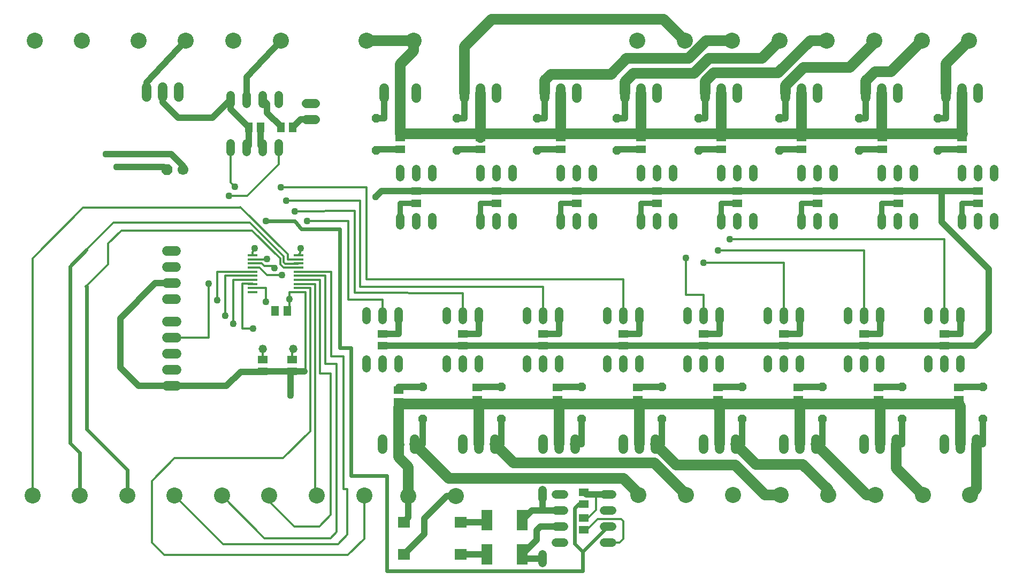
<source format=gbl>
G75*
G70*
%OFA0B0*%
%FSLAX24Y24*%
%IPPOS*%
%LPD*%
%AMOC8*
5,1,8,0,0,1.08239X$1,22.5*
%
%ADD10C,0.0520*%
%ADD11R,0.0591X0.0512*%
%ADD12R,0.0512X0.0591*%
%ADD13OC8,0.0669*%
%ADD14C,0.0669*%
%ADD15R,0.0591X0.0137*%
%ADD16C,0.0520*%
%ADD17R,0.0630X0.0512*%
%ADD18C,0.0600*%
%ADD19C,0.0560*%
%ADD20R,0.0512X0.0630*%
%ADD21C,0.0594*%
%ADD22C,0.1000*%
%ADD23OC8,0.0520*%
%ADD24R,0.0748X0.0669*%
%ADD25R,0.0709X0.1260*%
%ADD26C,0.0120*%
%ADD27C,0.0400*%
%ADD28C,0.0436*%
%ADD29C,0.0320*%
%ADD30C,0.0240*%
%ADD31C,0.0660*%
D10*
X016333Y015396D03*
X018233Y015396D03*
D11*
X018170Y014747D03*
X018170Y013999D03*
X016335Y013985D03*
X016335Y014733D03*
X024805Y012843D03*
X024805Y012095D03*
X029698Y012245D03*
X029698Y012993D03*
X034698Y012993D03*
X034698Y012245D03*
X039698Y012245D03*
X039698Y012993D03*
X044698Y012993D03*
X044698Y012245D03*
X049698Y012245D03*
X049698Y012993D03*
X054698Y012993D03*
X054698Y012245D03*
X059698Y012245D03*
X059698Y012993D03*
X059920Y027823D03*
X059920Y028571D03*
X054924Y028571D03*
X054924Y027823D03*
X049910Y027823D03*
X049910Y028571D03*
X044910Y028571D03*
X044910Y027823D03*
X039905Y027823D03*
X039905Y028571D03*
X034902Y028571D03*
X034902Y027823D03*
X029902Y027823D03*
X029902Y028571D03*
X024920Y028571D03*
X024920Y027823D03*
X036356Y004875D03*
X036356Y004127D03*
D12*
X017862Y017774D03*
X017114Y017774D03*
X016208Y029193D03*
X015460Y029193D03*
D13*
X010358Y026554D03*
D14*
X011358Y026554D03*
D15*
X015710Y021239D03*
X015710Y020983D03*
X015710Y020728D03*
X015710Y020472D03*
X015710Y020216D03*
X015710Y019960D03*
X015710Y019704D03*
X015710Y019448D03*
X015710Y019192D03*
X015710Y018936D03*
X018564Y018936D03*
X018564Y019192D03*
X018564Y019448D03*
X018564Y019704D03*
X018564Y019960D03*
X018564Y020216D03*
X018564Y020472D03*
X018564Y020728D03*
X018564Y020983D03*
X018564Y021239D03*
D16*
X022805Y017729D02*
X022805Y017209D01*
X023805Y017209D02*
X023805Y017729D01*
X024805Y017729D02*
X024805Y017209D01*
X027805Y017209D02*
X027805Y017729D01*
X028805Y017729D02*
X028805Y017209D01*
X029805Y017209D02*
X029805Y017729D01*
X032805Y017729D02*
X032805Y017209D01*
X033805Y017209D02*
X033805Y017729D01*
X034805Y017729D02*
X034805Y017209D01*
X037805Y017209D02*
X037805Y017729D01*
X038805Y017729D02*
X038805Y017209D01*
X039805Y017209D02*
X039805Y017729D01*
X042805Y017729D02*
X042805Y017209D01*
X043805Y017209D02*
X043805Y017729D01*
X044805Y017729D02*
X044805Y017209D01*
X047805Y017209D02*
X047805Y017729D01*
X048805Y017729D02*
X048805Y017209D01*
X049805Y017209D02*
X049805Y017729D01*
X052805Y017729D02*
X052805Y017209D01*
X053805Y017209D02*
X053805Y017729D01*
X054805Y017729D02*
X054805Y017209D01*
X057805Y017209D02*
X057805Y017729D01*
X058805Y017729D02*
X058805Y017209D01*
X059805Y017209D02*
X059805Y017729D01*
X059805Y014729D02*
X059805Y014209D01*
X058805Y014209D02*
X058805Y014729D01*
X057805Y014729D02*
X057805Y014209D01*
X054805Y014209D02*
X054805Y014729D01*
X053805Y014729D02*
X053805Y014209D01*
X052805Y014209D02*
X052805Y014729D01*
X049805Y014729D02*
X049805Y014209D01*
X048805Y014209D02*
X048805Y014729D01*
X047805Y014729D02*
X047805Y014209D01*
X044805Y014209D02*
X044805Y014729D01*
X043805Y014729D02*
X043805Y014209D01*
X042805Y014209D02*
X042805Y014729D01*
X039805Y014729D02*
X039805Y014209D01*
X038805Y014209D02*
X038805Y014729D01*
X037805Y014729D02*
X037805Y014209D01*
X034805Y014209D02*
X034805Y014729D01*
X033805Y014729D02*
X033805Y014209D01*
X032805Y014209D02*
X032805Y014729D01*
X029805Y014729D02*
X029805Y014209D01*
X028805Y014209D02*
X028805Y014729D01*
X027805Y014729D02*
X027805Y014209D01*
X024805Y014209D02*
X024805Y014729D01*
X023805Y014729D02*
X023805Y014209D01*
X022805Y014209D02*
X022805Y014729D01*
X033766Y006601D02*
X033766Y006081D01*
X034596Y006331D02*
X035116Y006331D01*
X035116Y005331D02*
X034596Y005331D01*
X034596Y004331D02*
X035116Y004331D01*
X035116Y003331D02*
X034596Y003331D01*
X033766Y002601D02*
X033766Y002081D01*
X037596Y003331D02*
X038116Y003331D01*
X038116Y004331D02*
X037596Y004331D01*
X037596Y005331D02*
X038116Y005331D01*
X038116Y006331D02*
X037596Y006331D01*
X036920Y023087D02*
X036920Y023607D01*
X035920Y023607D02*
X035920Y023087D01*
X034920Y023087D02*
X034920Y023607D01*
X031920Y023607D02*
X031920Y023087D01*
X030920Y023087D02*
X030920Y023607D01*
X029920Y023607D02*
X029920Y023087D01*
X026920Y023087D02*
X026920Y023607D01*
X025920Y023607D02*
X025920Y023087D01*
X024920Y023087D02*
X024920Y023607D01*
X024920Y026087D02*
X024920Y026607D01*
X025920Y026607D02*
X025920Y026087D01*
X026920Y026087D02*
X026920Y026607D01*
X029920Y026607D02*
X029920Y026087D01*
X030920Y026087D02*
X030920Y026607D01*
X031920Y026607D02*
X031920Y026087D01*
X034920Y026087D02*
X034920Y026607D01*
X035920Y026607D02*
X035920Y026087D01*
X036920Y026087D02*
X036920Y026607D01*
X039920Y026607D02*
X039920Y026087D01*
X040920Y026087D02*
X040920Y026607D01*
X041920Y026607D02*
X041920Y026087D01*
X044920Y026087D02*
X044920Y026607D01*
X045920Y026607D02*
X045920Y026087D01*
X046920Y026087D02*
X046920Y026607D01*
X049920Y026607D02*
X049920Y026087D01*
X050920Y026087D02*
X050920Y026607D01*
X051920Y026607D02*
X051920Y026087D01*
X054920Y026087D02*
X054920Y026607D01*
X055920Y026607D02*
X055920Y026087D01*
X056920Y026087D02*
X056920Y026607D01*
X059920Y026607D02*
X059920Y026087D01*
X060920Y026087D02*
X060920Y026607D01*
X061920Y026607D02*
X061920Y026087D01*
X061920Y023607D02*
X061920Y023087D01*
X060920Y023087D02*
X060920Y023607D01*
X059920Y023607D02*
X059920Y023087D01*
X056920Y023087D02*
X056920Y023607D01*
X055920Y023607D02*
X055920Y023087D01*
X054920Y023087D02*
X054920Y023607D01*
X051920Y023607D02*
X051920Y023087D01*
X050920Y023087D02*
X050920Y023607D01*
X049920Y023607D02*
X049920Y023087D01*
X046920Y023087D02*
X046920Y023607D01*
X045920Y023607D02*
X045920Y023087D01*
X044920Y023087D02*
X044920Y023607D01*
X041920Y023607D02*
X041920Y023087D01*
X040920Y023087D02*
X040920Y023607D01*
X039920Y023607D02*
X039920Y023087D01*
X017334Y027683D02*
X017334Y028203D01*
X016334Y028203D02*
X016334Y027683D01*
X015334Y027683D02*
X015334Y028203D01*
X014334Y028203D02*
X014334Y027683D01*
X014334Y030683D02*
X014334Y031203D01*
X015334Y031203D02*
X015334Y030683D01*
X016334Y030683D02*
X016334Y031203D01*
X017334Y031203D02*
X017334Y030683D01*
D17*
X025921Y025225D03*
X025921Y024477D03*
X030922Y024471D03*
X030922Y025219D03*
X035917Y025219D03*
X035917Y024471D03*
X040919Y024471D03*
X040919Y025219D03*
X045921Y025219D03*
X045921Y024471D03*
X050923Y024471D03*
X050923Y025219D03*
X055925Y025219D03*
X055925Y024471D03*
X060919Y024471D03*
X060919Y025219D03*
X058806Y016343D03*
X058806Y015595D03*
X053803Y015592D03*
X053803Y016340D03*
X048806Y016340D03*
X048806Y015592D03*
X043803Y015592D03*
X043803Y016340D03*
X038806Y016340D03*
X038806Y015592D03*
X033804Y015592D03*
X033804Y016340D03*
X028807Y016340D03*
X028807Y015592D03*
X023805Y015594D03*
X023805Y016342D03*
X036356Y006468D03*
X036356Y005720D03*
D18*
X035805Y009169D02*
X035805Y009769D01*
X034805Y009769D02*
X034805Y009169D01*
X033805Y009169D02*
X033805Y009769D01*
X030805Y009769D02*
X030805Y009169D01*
X029805Y009169D02*
X029805Y009769D01*
X028805Y009769D02*
X028805Y009169D01*
X025805Y009169D02*
X025805Y009769D01*
X024805Y009769D02*
X024805Y009169D01*
X023805Y009169D02*
X023805Y009769D01*
X038805Y009769D02*
X038805Y009169D01*
X039805Y009169D02*
X039805Y009769D01*
X040805Y009769D02*
X040805Y009169D01*
X043805Y009169D02*
X043805Y009769D01*
X044805Y009769D02*
X044805Y009169D01*
X045805Y009169D02*
X045805Y009769D01*
X048805Y009769D02*
X048805Y009169D01*
X049805Y009169D02*
X049805Y009769D01*
X050805Y009769D02*
X050805Y009169D01*
X053805Y009169D02*
X053805Y009769D01*
X054805Y009769D02*
X054805Y009169D01*
X055805Y009169D02*
X055805Y009769D01*
X058805Y009769D02*
X058805Y009169D01*
X059805Y009169D02*
X059805Y009769D01*
X060805Y009769D02*
X060805Y009169D01*
X060920Y031047D02*
X060920Y031647D01*
X059920Y031647D02*
X059920Y031047D01*
X058920Y031047D02*
X058920Y031647D01*
X055920Y031647D02*
X055920Y031047D01*
X054920Y031047D02*
X054920Y031647D01*
X053920Y031647D02*
X053920Y031047D01*
X050920Y031047D02*
X050920Y031647D01*
X049920Y031647D02*
X049920Y031047D01*
X048920Y031047D02*
X048920Y031647D01*
X045920Y031647D02*
X045920Y031047D01*
X044920Y031047D02*
X044920Y031647D01*
X043920Y031647D02*
X043920Y031047D01*
X040920Y031047D02*
X040920Y031647D01*
X039920Y031647D02*
X039920Y031047D01*
X038920Y031047D02*
X038920Y031647D01*
X035920Y031647D02*
X035920Y031047D01*
X034920Y031047D02*
X034920Y031647D01*
X033920Y031647D02*
X033920Y031047D01*
X030920Y031047D02*
X030920Y031647D01*
X029920Y031647D02*
X029920Y031047D01*
X028920Y031047D02*
X028920Y031647D01*
X025920Y031647D02*
X025920Y031047D01*
X024920Y031047D02*
X024920Y031647D01*
X023920Y031647D02*
X023920Y031047D01*
X011095Y031107D02*
X011095Y031707D01*
X010095Y031707D02*
X010095Y031107D01*
X009095Y031107D02*
X009095Y031707D01*
D19*
X019054Y030693D02*
X019614Y030693D01*
X019614Y029693D02*
X019054Y029693D01*
D20*
X018208Y029193D03*
X017460Y029193D03*
D21*
X010951Y021489D02*
X010357Y021489D01*
X010357Y020489D02*
X010951Y020489D01*
X010951Y019489D02*
X010357Y019489D01*
X010357Y018489D02*
X010951Y018489D01*
X010971Y017092D02*
X010377Y017092D01*
X010377Y016092D02*
X010971Y016092D01*
X010971Y015092D02*
X010377Y015092D01*
X010377Y014092D02*
X010971Y014092D01*
X010971Y013092D02*
X010377Y013092D01*
D22*
X010850Y006269D03*
X013802Y006269D03*
X016755Y006269D03*
X019708Y006269D03*
X022661Y006269D03*
X025421Y006240D03*
X028373Y006240D03*
X039746Y006302D03*
X042698Y006302D03*
X045651Y006302D03*
X048604Y006302D03*
X051557Y006302D03*
X054509Y006302D03*
X057462Y006302D03*
X060415Y006302D03*
X060345Y034602D03*
X057392Y034602D03*
X054440Y034602D03*
X051487Y034602D03*
X048534Y034602D03*
X045581Y034602D03*
X042629Y034602D03*
X039676Y034602D03*
X025748Y034597D03*
X022795Y034597D03*
X017461Y034597D03*
X014508Y034597D03*
X011555Y034597D03*
X008603Y034597D03*
X005083Y034597D03*
X002130Y034597D03*
X001991Y006269D03*
X004944Y006269D03*
X007897Y006269D03*
D23*
X026322Y011019D03*
X026322Y013019D03*
X031198Y013019D03*
X031198Y011019D03*
X036201Y011019D03*
X036201Y013019D03*
X041196Y013019D03*
X041196Y011019D03*
X046200Y011019D03*
X046200Y013019D03*
X051197Y013019D03*
X051197Y011019D03*
X056190Y011019D03*
X056190Y013019D03*
X061216Y013019D03*
X061216Y011019D03*
X058422Y027768D03*
X058422Y029768D03*
X053518Y029768D03*
X053518Y027768D03*
X048540Y027768D03*
X048540Y029768D03*
X043515Y029768D03*
X043515Y027768D03*
X038414Y027768D03*
X038414Y029768D03*
X033438Y029768D03*
X033438Y027768D03*
X028434Y027768D03*
X028434Y029768D03*
X023423Y029768D03*
X023423Y027768D03*
D24*
X025127Y004601D03*
X025127Y002594D03*
X028670Y002594D03*
X028670Y004601D03*
D25*
X030296Y004722D03*
X032501Y004722D03*
X032501Y002597D03*
X030296Y002597D03*
D26*
X010221Y002553D02*
X009438Y003336D01*
X009438Y007176D01*
X010848Y008587D01*
X017622Y008587D01*
X019305Y010271D01*
X019305Y019192D01*
X018564Y019192D01*
X018564Y018936D02*
X018016Y018936D01*
X018016Y018505D01*
X018016Y017928D01*
X017862Y017774D01*
X016544Y018335D02*
X016544Y019192D01*
X015710Y019192D01*
X015710Y019448D02*
X015710Y019452D01*
X015072Y019452D01*
X015072Y016679D01*
X015735Y016679D01*
X014509Y016977D02*
X014509Y019704D01*
X015710Y019704D01*
X015710Y019960D02*
X015710Y019961D01*
X013994Y019961D01*
X013994Y017482D01*
X013497Y018433D02*
X013497Y020210D01*
X015710Y020210D01*
X015710Y020216D01*
X015710Y020472D02*
X016144Y020472D01*
X016608Y020007D01*
X017556Y020007D01*
X017068Y020418D02*
X017059Y020569D01*
X016424Y020569D01*
X016266Y020728D01*
X015710Y020728D01*
X015710Y020983D02*
X016599Y020983D01*
X016599Y020992D01*
X017425Y021032D02*
X017425Y020679D01*
X017635Y020469D01*
X018561Y020469D01*
X018564Y020472D01*
X018549Y020712D02*
X017734Y020712D01*
X017646Y020800D01*
X017646Y021165D01*
X015551Y023260D01*
X007047Y023260D01*
X005356Y021568D01*
X006705Y021958D02*
X006705Y020653D01*
X005356Y019304D01*
X001991Y021046D02*
X005130Y024185D01*
X014896Y024185D01*
X014954Y024243D01*
X017893Y021305D01*
X017893Y020983D01*
X018564Y020983D01*
X018564Y020728D02*
X018549Y020712D01*
X018564Y020216D02*
X020620Y020216D01*
X020620Y014920D01*
X021362Y014920D01*
X021362Y006654D01*
X021623Y006654D01*
X021623Y003830D01*
X021027Y003234D01*
X013884Y003234D01*
X010850Y006269D01*
X013802Y006269D02*
X016456Y003615D01*
X020568Y003615D01*
X020949Y003997D01*
X020949Y014471D01*
X020250Y014471D01*
X020250Y019960D01*
X018564Y019960D01*
X018564Y019704D02*
X019910Y019704D01*
X019910Y013874D01*
X020589Y013874D01*
X020589Y005062D01*
X019872Y004346D01*
X018298Y004346D01*
X016755Y005889D01*
X016755Y006269D01*
X019591Y006385D02*
X019708Y006269D01*
X019591Y006385D02*
X019591Y019448D01*
X018564Y019448D01*
X018564Y018936D02*
X019019Y018936D01*
X019019Y013924D01*
X019019Y018813D01*
X021688Y018459D02*
X021688Y023365D01*
X019106Y023365D01*
X018334Y023961D02*
X022073Y023994D01*
X022073Y018904D01*
X028805Y018871D01*
X028805Y017469D01*
X023805Y017469D02*
X023805Y018459D01*
X021688Y018459D01*
X022414Y019284D02*
X022414Y024649D01*
X017802Y024649D01*
X017481Y025474D02*
X022796Y025474D01*
X022796Y019742D01*
X038805Y019742D01*
X038805Y017469D01*
X042721Y018767D02*
X042721Y021051D01*
X042694Y021051D01*
X043794Y020776D02*
X048805Y020776D01*
X048805Y017469D01*
X053805Y017469D02*
X053810Y021539D01*
X045074Y021539D01*
X045036Y021538D01*
X044716Y021538D01*
X045437Y022238D02*
X058810Y022238D01*
X058805Y017469D01*
X059698Y012245D02*
X059698Y012006D01*
X059730Y011974D01*
X054747Y011974D02*
X054698Y012024D01*
X054698Y012245D01*
X049698Y012245D02*
X049698Y012002D01*
X049669Y011974D01*
X044698Y012245D02*
X044690Y012245D01*
X044419Y011974D01*
X039742Y011974D02*
X039698Y012018D01*
X039698Y012245D01*
X034698Y012245D02*
X034698Y012008D01*
X034664Y011974D01*
X029698Y012010D02*
X029662Y011974D01*
X029698Y012010D02*
X029698Y012245D01*
X024851Y011974D02*
X024805Y012020D01*
X024805Y012095D01*
X019019Y013924D02*
X018945Y013999D01*
X018170Y014747D02*
X018170Y015333D01*
X018233Y015396D01*
X016335Y015394D02*
X016335Y014733D01*
X016335Y015394D02*
X016333Y015396D01*
X016335Y013985D02*
X016323Y013973D01*
X012989Y016092D02*
X012989Y019464D01*
X015710Y021239D02*
X015710Y021438D01*
X015834Y021651D01*
X015678Y022779D02*
X007527Y022779D01*
X006705Y021958D01*
X001991Y021046D02*
X001991Y006269D01*
X010221Y002553D02*
X021654Y002553D01*
X022673Y003571D01*
X022673Y006256D01*
X022661Y006269D01*
X036356Y004875D02*
X036620Y004875D01*
X037096Y005351D01*
X037096Y006308D01*
X037073Y006331D01*
X037214Y004810D02*
X038659Y004810D01*
X038818Y004651D01*
X038818Y003563D01*
X038580Y003325D01*
X037863Y003325D01*
X037856Y003331D01*
X036531Y004127D02*
X037214Y004810D01*
X036531Y004127D02*
X036356Y004127D01*
X033805Y017469D02*
X033805Y019284D01*
X022414Y019284D01*
X018688Y021364D02*
X018564Y021239D01*
X018688Y021364D02*
X018693Y021652D01*
X017425Y021032D02*
X015678Y022779D01*
X015361Y024947D02*
X014256Y024947D01*
X014599Y025501D02*
X014334Y025766D01*
X014334Y027943D01*
X017329Y027939D02*
X017329Y026915D01*
X015361Y024947D01*
X017329Y027939D02*
X017334Y027943D01*
X024920Y028571D02*
X024920Y028806D01*
X034902Y028806D02*
X034931Y028806D01*
X034902Y028806D02*
X034902Y028571D01*
X039895Y028787D02*
X039905Y028787D01*
X039905Y028571D01*
X044920Y028571D02*
X044920Y028787D01*
X049910Y028787D02*
X049910Y028571D01*
X054920Y028571D02*
X054920Y028787D01*
X059920Y028787D02*
X059920Y028571D01*
X043805Y018767D02*
X042721Y018767D01*
X043805Y018767D02*
X043805Y017469D01*
X012989Y016092D02*
X010674Y016092D01*
D27*
X007468Y017305D02*
X007468Y014237D01*
X008616Y013089D01*
X010671Y013089D01*
X010674Y013092D01*
X014087Y013092D01*
X014968Y013973D01*
X016323Y013973D01*
X016335Y013985D02*
X017695Y013985D01*
X018170Y013999D01*
X018089Y013918D01*
X018089Y012507D01*
X018170Y013999D02*
X018945Y013999D01*
X023805Y015594D02*
X060714Y015594D01*
X061576Y016455D01*
X061576Y020360D01*
X058628Y023308D01*
X058628Y025219D01*
X060919Y025219D01*
X058628Y025219D02*
X055925Y025219D01*
X050923Y025219D01*
X045921Y025219D01*
X040919Y025219D01*
X035917Y025219D01*
X030922Y025219D01*
X030922Y025225D02*
X025921Y025225D01*
X023754Y025225D01*
X023381Y024851D01*
X023423Y027768D02*
X023423Y027823D01*
X024920Y027823D01*
X023920Y029768D02*
X023423Y029768D01*
X023920Y029768D02*
X023920Y031347D01*
X028434Y029768D02*
X028920Y029768D01*
X028920Y031347D01*
X033438Y029768D02*
X033920Y029768D01*
X033920Y031347D01*
X038414Y029768D02*
X038920Y029768D01*
X038920Y031347D01*
X043515Y029768D02*
X043920Y029768D01*
X043920Y031347D01*
X044910Y028571D02*
X044920Y028571D01*
X044910Y027823D02*
X043515Y027823D01*
X043515Y027768D01*
X039905Y027823D02*
X038414Y027823D01*
X038414Y027768D01*
X034902Y027823D02*
X033438Y027823D01*
X033438Y027768D01*
X029902Y027823D02*
X028434Y027823D01*
X028434Y027768D01*
X019334Y029693D02*
X018708Y029693D01*
X018208Y029193D01*
X017460Y029193D02*
X017460Y029254D01*
X016616Y030097D01*
X016616Y030661D01*
X016334Y030943D01*
X015334Y030943D02*
X015334Y032324D01*
X017461Y034597D01*
X014334Y030943D02*
X014334Y030319D01*
X015460Y029193D01*
X015460Y028069D01*
X015334Y027943D01*
X016208Y028069D02*
X016334Y027943D01*
X016208Y028069D02*
X016208Y029193D01*
X014334Y030943D02*
X013201Y029810D01*
X011064Y029810D01*
X010095Y030780D01*
X010095Y031407D01*
X009095Y031407D02*
X009095Y031990D01*
X011555Y034597D01*
X010632Y027526D02*
X006562Y027526D01*
X007238Y026735D02*
X010177Y026735D01*
X010358Y026554D01*
X011358Y026554D02*
X011358Y026800D01*
X010632Y027526D01*
X010654Y019489D02*
X009651Y019489D01*
X007468Y017305D01*
X023805Y016342D02*
X024805Y016342D01*
X024805Y017469D01*
X023805Y015594D02*
X028807Y015594D01*
X028807Y015592D01*
X033804Y015592D01*
X038806Y015592D01*
X043803Y015592D01*
X048806Y015592D01*
X053803Y015592D01*
X053803Y015592D01*
X058806Y015592D01*
X058806Y015595D01*
X058806Y016343D02*
X059805Y016343D01*
X059805Y017469D01*
X054805Y017469D02*
X054805Y016340D01*
X053803Y016340D01*
X049805Y016340D02*
X049805Y017469D01*
X049805Y016340D02*
X048806Y016340D01*
X048806Y015592D02*
X048806Y015592D01*
X049698Y013019D02*
X051197Y013019D01*
X049698Y012993D02*
X049698Y013019D01*
X051197Y011019D02*
X051197Y009469D01*
X050805Y009469D01*
X046200Y009469D02*
X046200Y011019D01*
X046200Y009469D02*
X045805Y009469D01*
X041196Y009469D02*
X041196Y011019D01*
X041196Y009469D02*
X040805Y009469D01*
X036201Y009469D02*
X036201Y011019D01*
X036201Y009469D02*
X035805Y009469D01*
X036356Y006468D02*
X036492Y006331D01*
X037073Y006331D01*
X037856Y006331D01*
X034856Y005331D02*
X033785Y005331D01*
X033766Y005350D01*
X033766Y006341D01*
X033785Y005331D02*
X033110Y005331D01*
X032501Y004722D01*
X033401Y004107D02*
X033626Y004331D01*
X034856Y004331D01*
X033401Y004107D02*
X033401Y003498D01*
X032501Y002597D01*
X032496Y002592D01*
X032496Y002292D01*
X032546Y002341D01*
X033766Y002341D01*
X030296Y002597D02*
X030293Y002594D01*
X028670Y002594D01*
X026413Y003879D02*
X025127Y002594D01*
X026413Y003879D02*
X026413Y004840D01*
X027812Y006240D01*
X028373Y006240D01*
X028670Y004601D02*
X030175Y004601D01*
X030296Y004722D01*
X025421Y004895D02*
X025127Y004601D01*
X025421Y004895D02*
X025421Y006240D01*
X025805Y009469D02*
X026322Y009469D01*
X026322Y011019D01*
X026322Y013019D02*
X024805Y013019D01*
X024805Y012843D01*
X029698Y012993D02*
X029698Y013019D01*
X031198Y013019D01*
X031198Y011019D02*
X031198Y009469D01*
X030805Y009469D01*
X034698Y012993D02*
X034698Y013019D01*
X036201Y013019D01*
X039698Y013019D02*
X041196Y013019D01*
X039698Y012993D02*
X039698Y013019D01*
X039805Y016340D02*
X038806Y016340D01*
X039805Y016340D02*
X039805Y017469D01*
X043803Y016340D02*
X044805Y016340D01*
X044805Y017469D01*
X044698Y013019D02*
X046200Y013019D01*
X044698Y012993D02*
X044698Y013019D01*
X054698Y013019D02*
X056190Y013019D01*
X054698Y012993D02*
X054698Y013019D01*
X056190Y011019D02*
X056190Y009469D01*
X055805Y009469D01*
X060805Y009469D02*
X061216Y009469D01*
X061216Y011019D01*
X061216Y013019D02*
X059698Y013019D01*
X059698Y012993D01*
X058422Y027768D02*
X058422Y027823D01*
X059920Y027823D01*
X058920Y029768D02*
X058920Y031347D01*
X058920Y029768D02*
X058422Y029768D01*
X054924Y028571D02*
X054920Y028571D01*
X054924Y027823D02*
X053518Y027823D01*
X053518Y027768D01*
X053518Y029768D02*
X053920Y029768D01*
X053920Y031347D01*
X049920Y028571D02*
X049910Y028571D01*
X049910Y027823D02*
X048540Y027823D01*
X048540Y027768D01*
X048540Y029768D02*
X048920Y029768D01*
X048920Y031347D01*
X034805Y017469D02*
X034805Y016340D01*
X033804Y016340D01*
X029805Y016340D02*
X029805Y017469D01*
X029805Y016340D02*
X028807Y016340D01*
D28*
X018693Y021652D03*
X017068Y020418D03*
X017556Y020007D03*
X016599Y020992D03*
X015834Y021651D03*
X016537Y023364D03*
X018334Y023961D03*
X017802Y024649D03*
X017481Y025474D03*
X014599Y025501D03*
X014256Y024947D03*
X019106Y023365D03*
X023381Y024851D03*
X018016Y018505D03*
X016544Y018335D03*
X015735Y016679D03*
X014509Y016977D03*
X013994Y017482D03*
X013497Y018433D03*
X012989Y019464D03*
X018089Y012507D03*
X007238Y026735D03*
X006562Y027526D03*
X042694Y021051D03*
X043794Y020776D03*
X044716Y021538D03*
X045437Y022238D03*
D29*
X044920Y023347D02*
X044920Y024471D01*
X045921Y024471D01*
X049920Y024471D02*
X049920Y023347D01*
X049920Y024471D02*
X050923Y024471D01*
X054920Y024471D02*
X054920Y023347D01*
X054920Y024471D02*
X055925Y024471D01*
X059920Y024471D02*
X059920Y023347D01*
X059920Y024471D02*
X060919Y024471D01*
X040919Y024471D02*
X039920Y024471D01*
X039920Y023347D01*
X035917Y024471D02*
X034920Y024471D01*
X034920Y023347D01*
X030922Y024471D02*
X029920Y024471D01*
X029920Y023347D01*
X030922Y025219D02*
X030922Y025225D01*
X025921Y024477D02*
X024920Y024477D01*
X024920Y023347D01*
D30*
X021149Y022870D02*
X021149Y015468D01*
X021855Y015468D01*
X021855Y007497D01*
X024085Y007497D01*
X024085Y001578D01*
X036289Y001558D01*
X036289Y002765D01*
X035774Y003280D01*
X035774Y005475D01*
X036019Y005720D01*
X036356Y005720D01*
X037856Y004331D02*
X036289Y002765D01*
X007897Y006269D02*
X007897Y007860D01*
X005358Y010399D01*
X005358Y019302D01*
X005356Y019304D01*
X004331Y020543D02*
X004331Y009541D01*
X004944Y008928D01*
X004944Y006269D01*
X004331Y020543D02*
X005356Y021568D01*
X016537Y023364D02*
X018334Y023364D01*
X018748Y022870D01*
X021149Y022870D01*
D31*
X024920Y028806D02*
X030093Y028806D01*
X034931Y028806D01*
X034920Y028806D01*
X034920Y031347D01*
X033920Y031347D02*
X033920Y032124D01*
X034298Y032501D01*
X038039Y032501D01*
X039023Y033485D01*
X042872Y033485D01*
X043984Y034598D01*
X045577Y034598D01*
X045581Y034602D01*
X044155Y033507D02*
X047439Y033507D01*
X048534Y034602D01*
X050464Y034598D02*
X051483Y034598D01*
X051487Y034602D01*
X050464Y034598D02*
X048452Y032587D01*
X044455Y032587D01*
X043920Y032052D01*
X043920Y031347D01*
X044920Y031347D02*
X044920Y028787D01*
X044973Y028787D01*
X049910Y028787D01*
X054920Y028787D01*
X059920Y028787D01*
X059940Y028787D01*
X059920Y028787D02*
X059920Y031347D01*
X058920Y031347D02*
X058920Y033177D01*
X060345Y034602D01*
X057392Y034602D02*
X055469Y032679D01*
X054503Y032679D01*
X053920Y032096D01*
X053920Y031347D01*
X054920Y031347D02*
X054920Y028787D01*
X049920Y028787D02*
X049910Y028787D01*
X049920Y028787D02*
X049920Y031347D01*
X048920Y031347D02*
X048920Y031813D01*
X050053Y032945D01*
X052905Y032945D01*
X054440Y034480D01*
X054440Y034602D01*
X044973Y028787D02*
X039895Y028787D01*
X039895Y028806D01*
X039895Y031347D01*
X039920Y031347D01*
X038920Y031347D02*
X038920Y032034D01*
X039451Y032565D01*
X043214Y032565D01*
X044155Y033507D01*
X042629Y034602D02*
X041306Y035924D01*
X030598Y035924D01*
X028920Y034246D01*
X028920Y031347D01*
X029902Y031347D02*
X029920Y031347D01*
X029902Y031347D02*
X029902Y028806D01*
X030093Y028806D01*
X029902Y028806D02*
X029902Y028571D01*
X024920Y028806D02*
X024920Y031347D01*
X024910Y031357D01*
X024910Y033121D01*
X025748Y033959D01*
X025748Y034597D01*
X022795Y034597D01*
X034931Y028806D02*
X039895Y028806D01*
X039742Y011974D02*
X039704Y011974D01*
X039805Y011873D01*
X039805Y009469D01*
X040805Y009469D02*
X042098Y008176D01*
X045776Y008176D01*
X047650Y006302D01*
X048604Y006302D01*
X049989Y008191D02*
X047083Y008191D01*
X045805Y009469D01*
X044805Y009469D02*
X044805Y011741D01*
X044572Y011974D01*
X044419Y011974D01*
X039742Y011974D01*
X039704Y011974D02*
X034759Y011974D01*
X034805Y011928D01*
X034805Y009469D01*
X035805Y009469D02*
X035810Y009473D01*
X038820Y007333D02*
X027941Y007333D01*
X025805Y009469D01*
X024836Y009437D02*
X024805Y009469D01*
X024808Y009466D01*
X024808Y008653D01*
X025421Y008041D01*
X025421Y006240D01*
X024813Y009469D02*
X024813Y011783D01*
X024851Y011783D01*
X024851Y011974D01*
X029662Y011974D01*
X029796Y011974D01*
X029805Y011964D01*
X029805Y009469D01*
X030805Y009469D02*
X031973Y008301D01*
X040730Y008301D01*
X042698Y006333D01*
X042698Y006302D01*
X039746Y006302D02*
X039746Y006407D01*
X038820Y007333D01*
X034759Y011974D02*
X034664Y011974D01*
X029796Y011974D01*
X024813Y009469D02*
X024805Y009469D01*
X044572Y011974D02*
X049612Y011974D01*
X049805Y011781D01*
X049805Y009469D01*
X050805Y009469D02*
X052009Y008264D01*
X052022Y008264D01*
X053985Y006302D01*
X054509Y006302D01*
X055805Y007959D02*
X055805Y009469D01*
X054805Y009469D02*
X054805Y011821D01*
X054652Y011974D01*
X054747Y011974D01*
X059730Y011974D01*
X059730Y011898D01*
X059805Y011823D01*
X059805Y009469D01*
X060805Y009469D02*
X060805Y006692D01*
X060415Y006302D01*
X057462Y006302D02*
X055805Y007959D01*
X051557Y006624D02*
X051557Y006302D01*
X051557Y006624D02*
X049989Y008191D01*
X049669Y011974D02*
X054652Y011974D01*
X049669Y011974D02*
X049612Y011974D01*
M02*

</source>
